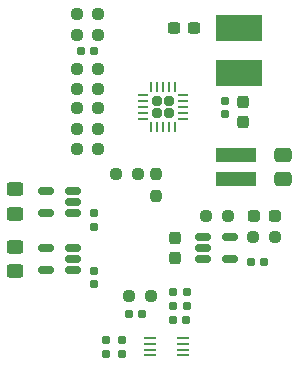
<source format=gbr>
%TF.GenerationSoftware,KiCad,Pcbnew,7.0.5*%
%TF.CreationDate,2023-06-06T16:57:07-04:00*%
%TF.ProjectId,PWR,5057522e-6b69-4636-9164-5f7063625858,rev?*%
%TF.SameCoordinates,Original*%
%TF.FileFunction,Paste,Top*%
%TF.FilePolarity,Positive*%
%FSLAX46Y46*%
G04 Gerber Fmt 4.6, Leading zero omitted, Abs format (unit mm)*
G04 Created by KiCad (PCBNEW 7.0.5) date 2023-06-06 16:57:07*
%MOMM*%
%LPD*%
G01*
G04 APERTURE LIST*
G04 Aperture macros list*
%AMRoundRect*
0 Rectangle with rounded corners*
0 $1 Rounding radius*
0 $2 $3 $4 $5 $6 $7 $8 $9 X,Y pos of 4 corners*
0 Add a 4 corners polygon primitive as box body*
4,1,4,$2,$3,$4,$5,$6,$7,$8,$9,$2,$3,0*
0 Add four circle primitives for the rounded corners*
1,1,$1+$1,$2,$3*
1,1,$1+$1,$4,$5*
1,1,$1+$1,$6,$7*
1,1,$1+$1,$8,$9*
0 Add four rect primitives between the rounded corners*
20,1,$1+$1,$2,$3,$4,$5,0*
20,1,$1+$1,$4,$5,$6,$7,0*
20,1,$1+$1,$6,$7,$8,$9,0*
20,1,$1+$1,$8,$9,$2,$3,0*%
G04 Aperture macros list end*
%ADD10RoundRect,0.155000X-0.212500X-0.155000X0.212500X-0.155000X0.212500X0.155000X-0.212500X0.155000X0*%
%ADD11RoundRect,0.160000X0.160000X-0.197500X0.160000X0.197500X-0.160000X0.197500X-0.160000X-0.197500X0*%
%ADD12RoundRect,0.237500X0.250000X0.237500X-0.250000X0.237500X-0.250000X-0.237500X0.250000X-0.237500X0*%
%ADD13RoundRect,0.237500X0.237500X-0.300000X0.237500X0.300000X-0.237500X0.300000X-0.237500X-0.300000X0*%
%ADD14RoundRect,0.150000X0.512500X0.150000X-0.512500X0.150000X-0.512500X-0.150000X0.512500X-0.150000X0*%
%ADD15RoundRect,0.237500X-0.250000X-0.237500X0.250000X-0.237500X0.250000X0.237500X-0.250000X0.237500X0*%
%ADD16R,3.900000X2.200000*%
%ADD17RoundRect,0.237500X0.237500X-0.250000X0.237500X0.250000X-0.237500X0.250000X-0.237500X-0.250000X0*%
%ADD18RoundRect,0.155000X-0.155000X0.212500X-0.155000X-0.212500X0.155000X-0.212500X0.155000X0.212500X0*%
%ADD19RoundRect,0.202500X-0.202500X0.202500X-0.202500X-0.202500X0.202500X-0.202500X0.202500X0.202500X0*%
%ADD20RoundRect,0.062500X-0.062500X0.375000X-0.062500X-0.375000X0.062500X-0.375000X0.062500X0.375000X0*%
%ADD21RoundRect,0.062500X-0.375000X0.062500X-0.375000X-0.062500X0.375000X-0.062500X0.375000X0.062500X0*%
%ADD22RoundRect,0.237500X-0.237500X0.300000X-0.237500X-0.300000X0.237500X-0.300000X0.237500X0.300000X0*%
%ADD23RoundRect,0.160000X-0.197500X-0.160000X0.197500X-0.160000X0.197500X0.160000X-0.197500X0.160000X0*%
%ADD24RoundRect,0.250000X0.450000X-0.325000X0.450000X0.325000X-0.450000X0.325000X-0.450000X-0.325000X0*%
%ADD25R,3.400000X1.300000*%
%ADD26RoundRect,0.150000X-0.512500X-0.150000X0.512500X-0.150000X0.512500X0.150000X-0.512500X0.150000X0*%
%ADD27RoundRect,0.237500X-0.287500X-0.237500X0.287500X-0.237500X0.287500X0.237500X-0.287500X0.237500X0*%
%ADD28RoundRect,0.250000X0.475000X-0.337500X0.475000X0.337500X-0.475000X0.337500X-0.475000X-0.337500X0*%
%ADD29R,1.120000X0.270000*%
%ADD30RoundRect,0.155000X0.212500X0.155000X-0.212500X0.155000X-0.212500X-0.155000X0.212500X-0.155000X0*%
%ADD31RoundRect,0.237500X0.300000X0.237500X-0.300000X0.237500X-0.300000X-0.237500X0.300000X-0.237500X0*%
G04 APERTURE END LIST*
D10*
%TO.C,C5*%
X146102500Y-107950000D03*
X147237500Y-107950000D03*
%TD*%
D11*
%TO.C,R3*%
X144172510Y-111337494D03*
X144172510Y-110142494D03*
%TD*%
D12*
%TO.C,R15*%
X158442500Y-101440000D03*
X156617500Y-101440000D03*
%TD*%
D13*
%TO.C,C4*%
X150030000Y-103252500D03*
X150030000Y-101527500D03*
%TD*%
D14*
%TO.C,U1*%
X141367500Y-99402500D03*
X141367500Y-98452500D03*
X141367500Y-97502500D03*
X139092500Y-97502500D03*
X139092500Y-99402500D03*
%TD*%
D10*
%TO.C,C13*%
X156392500Y-103590000D03*
X157527500Y-103590000D03*
%TD*%
D15*
%TO.C,R13*%
X141683220Y-82594280D03*
X143508220Y-82594280D03*
%TD*%
D12*
%TO.C,R16*%
X154442500Y-99630000D03*
X152617500Y-99630000D03*
%TD*%
D10*
%TO.C,C1*%
X149802500Y-108450000D03*
X150937500Y-108450000D03*
%TD*%
D15*
%TO.C,R12*%
X141683220Y-84294280D03*
X143508220Y-84294280D03*
%TD*%
D16*
%TO.C,L2*%
X155420000Y-83740000D03*
X155420000Y-87540000D03*
%TD*%
D17*
%TO.C,R11*%
X148420000Y-97952500D03*
X148420000Y-96127500D03*
%TD*%
D15*
%TO.C,R5*%
X146097500Y-106400000D03*
X147922500Y-106400000D03*
%TD*%
D18*
%TO.C,C11*%
X143130000Y-104322500D03*
X143130000Y-105457500D03*
%TD*%
D19*
%TO.C,U2*%
X149495720Y-89944280D03*
X148495720Y-89944280D03*
X149495720Y-90944280D03*
X148495720Y-90944280D03*
D20*
X149995720Y-88756780D03*
X149495720Y-88756780D03*
X148995720Y-88756780D03*
X148495720Y-88756780D03*
X147995720Y-88756780D03*
D21*
X147308220Y-89444280D03*
X147308220Y-89944280D03*
X147308220Y-90444280D03*
X147308220Y-90944280D03*
X147308220Y-91444280D03*
D20*
X147995720Y-92131780D03*
X148495720Y-92131780D03*
X148995720Y-92131780D03*
X149495720Y-92131780D03*
X149995720Y-92131780D03*
D21*
X150683220Y-91444280D03*
X150683220Y-90944280D03*
X150683220Y-90444280D03*
X150683220Y-89944280D03*
X150683220Y-89444280D03*
%TD*%
D22*
%TO.C,C3*%
X155755720Y-89981780D03*
X155755720Y-91706780D03*
%TD*%
D15*
%TO.C,R10*%
X141683220Y-92254280D03*
X143508220Y-92254280D03*
%TD*%
D23*
%TO.C,R1*%
X149792500Y-106120000D03*
X150987500Y-106120000D03*
%TD*%
D24*
%TO.C,C10*%
X136480000Y-99455000D03*
X136480000Y-97405000D03*
%TD*%
D15*
%TO.C,R14*%
X141683220Y-93954280D03*
X143508220Y-93954280D03*
%TD*%
D25*
%TO.C,L1*%
X155170000Y-94464280D03*
X155170000Y-96564280D03*
%TD*%
D18*
%TO.C,C2*%
X154245720Y-89926780D03*
X154245720Y-91061780D03*
%TD*%
D26*
%TO.C,U4*%
X152392500Y-101440000D03*
X152392500Y-102390000D03*
X152392500Y-103340000D03*
X154667500Y-103340000D03*
X154667500Y-101440000D03*
%TD*%
D27*
%TO.C,D1*%
X156700000Y-99660000D03*
X158450000Y-99660000D03*
%TD*%
D15*
%TO.C,R9*%
X141687500Y-87200000D03*
X143512500Y-87200000D03*
%TD*%
D18*
%TO.C,C9*%
X143110000Y-99432500D03*
X143110000Y-100567500D03*
%TD*%
D28*
%TO.C,C6*%
X159145720Y-96551780D03*
X159145720Y-94476780D03*
%TD*%
D24*
%TO.C,C12*%
X136480000Y-104305000D03*
X136480000Y-102255000D03*
%TD*%
D23*
%TO.C,R2*%
X149792500Y-107290000D03*
X150987500Y-107290000D03*
%TD*%
D11*
%TO.C,R4*%
X145502500Y-111347500D03*
X145502500Y-110152500D03*
%TD*%
D29*
%TO.C,IC1*%
X147847500Y-109970000D03*
X147847500Y-110470000D03*
X147847500Y-110970000D03*
X147847500Y-111470000D03*
X150657500Y-111470000D03*
X150657500Y-110970000D03*
X150657500Y-110470000D03*
X150657500Y-109970000D03*
%TD*%
D12*
%TO.C,R6*%
X143502500Y-88890000D03*
X141677500Y-88890000D03*
%TD*%
D30*
%TO.C,C8*%
X143163220Y-85724280D03*
X142028220Y-85724280D03*
%TD*%
D31*
%TO.C,C7*%
X151632500Y-83720000D03*
X149907500Y-83720000D03*
%TD*%
D15*
%TO.C,R7*%
X141683220Y-90554280D03*
X143508220Y-90554280D03*
%TD*%
D14*
%TO.C,U3*%
X141367500Y-104252500D03*
X141367500Y-103302500D03*
X141367500Y-102352500D03*
X139092500Y-102352500D03*
X139092500Y-104252500D03*
%TD*%
D12*
%TO.C,R8*%
X146852500Y-96110000D03*
X145027500Y-96110000D03*
%TD*%
M02*

</source>
